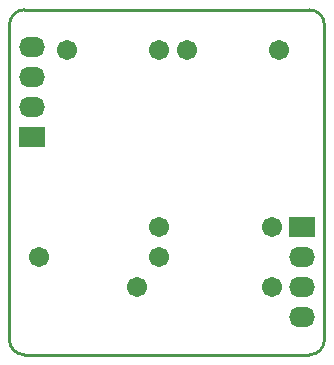
<source format=gbs>
G04*
G04 #@! TF.GenerationSoftware,Altium Limited,Altium Designer,22.2.1 (43)*
G04*
G04 Layer_Color=16711935*
%FSLAX44Y44*%
%MOMM*%
G71*
G04*
G04 #@! TF.SameCoordinates,B242430B-52BB-43DD-A0E7-0EA7797FDCDA*
G04*
G04*
G04 #@! TF.FilePolarity,Negative*
G04*
G01*
G75*
%ADD15C,0.2540*%
%ADD26O,2.2032X1.7032*%
%ADD27R,2.2032X1.7032*%
%ADD28C,1.7032*%
D15*
X120650Y-146050D02*
G03*
X133350Y-133350I0J12700D01*
G01*
X-133350D02*
G03*
X-120650Y-146050I12700J-0D01*
G01*
X133350Y133350D02*
G03*
X120650Y146050I-12700J0D01*
G01*
X-120650D02*
G03*
X-133350Y133350I0J-12700D01*
G01*
X133350Y-133350D02*
Y0D01*
X0Y-146050D02*
X120650D01*
X-120650D02*
X0D01*
X-133350Y-133350D02*
Y0D01*
X133350D02*
Y133350D01*
X0Y146050D02*
X120650D01*
X-120650D02*
X0D01*
X-133350Y0D02*
Y133350D01*
D26*
X114300Y-114300D02*
D03*
Y-88900D02*
D03*
Y-63500D02*
D03*
X-114300Y114300D02*
D03*
Y88900D02*
D03*
Y63500D02*
D03*
D27*
X114300Y-38100D02*
D03*
X-114300Y38100D02*
D03*
D28*
X95250Y111760D02*
D03*
X16682D02*
D03*
X-6350D02*
D03*
X-107950Y-63500D02*
D03*
X-6350D02*
D03*
Y-38100D02*
D03*
X88900D02*
D03*
X-25400Y-88900D02*
D03*
X88900D02*
D03*
X-84918Y111760D02*
D03*
M02*

</source>
